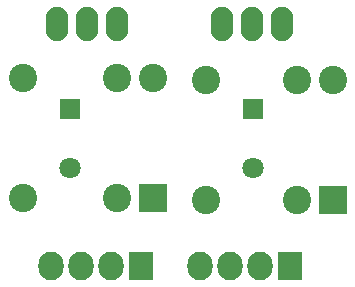
<source format=gbs>
G04 #@! TF.FileFunction,Soldermask,Bot*
%FSLAX45Y45*%
G04 Gerber Fmt 4.5, Leading zero omitted, Abs format (unit mm)*
G04 Created by KiCad (PCBNEW 4.0.1-stable) date 2016 October 24, Monday 13:30:03*
%MOMM*%
G01*
G04 APERTURE LIST*
%ADD10C,0.100000*%
%ADD11R,1.800000X1.800000*%
%ADD12C,1.800000*%
%ADD13C,2.398980*%
%ADD14R,2.398980X2.398980*%
%ADD15R,2.127200X2.432000*%
%ADD16O,2.127200X2.432000*%
%ADD17O,1.901140X2.899360*%
G04 APERTURE END LIST*
D10*
D11*
X13750000Y-10525000D03*
D12*
X13750000Y-11025000D03*
D11*
X15300000Y-10525000D03*
D12*
X15300000Y-11025000D03*
D13*
X14450000Y-10259000D03*
D14*
X14450000Y-11275000D03*
D13*
X15975000Y-10275000D03*
D14*
X15975000Y-11291000D03*
D15*
X15612000Y-11850000D03*
D16*
X15358000Y-11850000D03*
X15104000Y-11850000D03*
X14850000Y-11850000D03*
D17*
X13896000Y-9800000D03*
X13642000Y-9800000D03*
X14150000Y-9800000D03*
X15296000Y-9800000D03*
X15042000Y-9800000D03*
X15550000Y-9800000D03*
D13*
X13350000Y-10259000D03*
X13350000Y-11275000D03*
X14150000Y-10259000D03*
X14150000Y-11275000D03*
X14900000Y-10275000D03*
X14900000Y-11291000D03*
X15675000Y-10275000D03*
X15675000Y-11291000D03*
D15*
X14350000Y-11850000D03*
D16*
X14096000Y-11850000D03*
X13842000Y-11850000D03*
X13588000Y-11850000D03*
M02*

</source>
